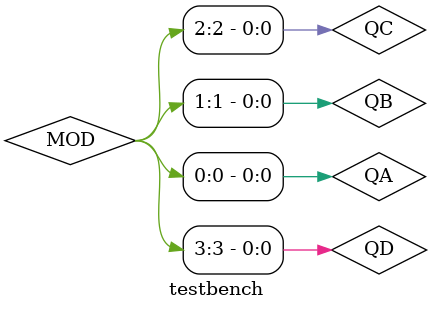
<source format=v>
`include "tester.v"
`include "T.v"

module testbench;
/*AUTOWIRE*/
wire VCC, CLK, QA, QB, QC, SA, SB, SC, E, F, G;

wire [3:0] MOD;

initial begin
    $dumpfile("ondas.vcd");
    $dumpvars;
end
//1101
assign SA = QA & ~(QD&QC&(~QB)) ;
assign SB = QB & SA | (QD&QC&(~QB)&QA); 
assign SC = QC & SB;


assign MOD[0] = QA;
assign MOD[1] = QB;
assign MOD[2] = QC;
assign MOD[3] = QD;

tester TESTER(
        .CLK (CLK),
        .VCC (VCC)
);

T UA(
    .t (1),
    .clk (CLK),
    .q (QA)
);

T UB(
    .t (SA),
    .clk (CLK),
    .q (QB)
);

T UC(
    .t (SB),
    .clk (CLK),
    .q (QC)
);

T UD(
    .t (SC),
    .clk (CLK),
    .q (QD)
);


endmodule


</source>
